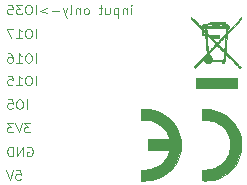
<source format=gbo>
G04 #@! TF.GenerationSoftware,KiCad,Pcbnew,(6.0.6)*
G04 #@! TF.CreationDate,2022-07-05T19:51:37+02:00*
G04 #@! TF.ProjectId,esp32-spi-hub,65737033-322d-4737-9069-2d6875622e6b,rev?*
G04 #@! TF.SameCoordinates,Original*
G04 #@! TF.FileFunction,Legend,Bot*
G04 #@! TF.FilePolarity,Positive*
%FSLAX46Y46*%
G04 Gerber Fmt 4.6, Leading zero omitted, Abs format (unit mm)*
G04 Created by KiCad (PCBNEW (6.0.6)) date 2022-07-05 19:51:37*
%MOMM*%
%LPD*%
G01*
G04 APERTURE LIST*
%ADD10C,0.100000*%
%ADD11C,0.010000*%
G04 APERTURE END LIST*
D10*
X169160238Y-127961904D02*
X168665000Y-127961904D01*
X168931666Y-128266666D01*
X168817380Y-128266666D01*
X168741190Y-128304761D01*
X168703095Y-128342857D01*
X168665000Y-128419047D01*
X168665000Y-128609523D01*
X168703095Y-128685714D01*
X168741190Y-128723809D01*
X168817380Y-128761904D01*
X169045952Y-128761904D01*
X169122142Y-128723809D01*
X169160238Y-128685714D01*
X168436428Y-127961904D02*
X168169761Y-128761904D01*
X167903095Y-127961904D01*
X167712619Y-127961904D02*
X167217380Y-127961904D01*
X167484047Y-128266666D01*
X167369761Y-128266666D01*
X167293571Y-128304761D01*
X167255476Y-128342857D01*
X167217380Y-128419047D01*
X167217380Y-128609523D01*
X167255476Y-128685714D01*
X167293571Y-128723809D01*
X167369761Y-128761904D01*
X167598333Y-128761904D01*
X167674523Y-128723809D01*
X167712619Y-128685714D01*
X168855476Y-126761904D02*
X168855476Y-125961904D01*
X168322142Y-125961904D02*
X168169761Y-125961904D01*
X168093571Y-126000000D01*
X168017380Y-126076190D01*
X167979285Y-126228571D01*
X167979285Y-126495238D01*
X168017380Y-126647619D01*
X168093571Y-126723809D01*
X168169761Y-126761904D01*
X168322142Y-126761904D01*
X168398333Y-126723809D01*
X168474523Y-126647619D01*
X168512619Y-126495238D01*
X168512619Y-126228571D01*
X168474523Y-126076190D01*
X168398333Y-126000000D01*
X168322142Y-125961904D01*
X167255476Y-125961904D02*
X167636428Y-125961904D01*
X167674523Y-126342857D01*
X167636428Y-126304761D01*
X167560238Y-126266666D01*
X167369761Y-126266666D01*
X167293571Y-126304761D01*
X167255476Y-126342857D01*
X167217380Y-126419047D01*
X167217380Y-126609523D01*
X167255476Y-126685714D01*
X167293571Y-126723809D01*
X167369761Y-126761904D01*
X167560238Y-126761904D01*
X167636428Y-126723809D01*
X167674523Y-126685714D01*
X169617380Y-124761904D02*
X169617380Y-123961904D01*
X169084047Y-123961904D02*
X168931666Y-123961904D01*
X168855476Y-124000000D01*
X168779285Y-124076190D01*
X168741190Y-124228571D01*
X168741190Y-124495238D01*
X168779285Y-124647619D01*
X168855476Y-124723809D01*
X168931666Y-124761904D01*
X169084047Y-124761904D01*
X169160238Y-124723809D01*
X169236428Y-124647619D01*
X169274523Y-124495238D01*
X169274523Y-124228571D01*
X169236428Y-124076190D01*
X169160238Y-124000000D01*
X169084047Y-123961904D01*
X167979285Y-124761904D02*
X168436428Y-124761904D01*
X168207857Y-124761904D02*
X168207857Y-123961904D01*
X168284047Y-124076190D01*
X168360238Y-124152380D01*
X168436428Y-124190476D01*
X167255476Y-123961904D02*
X167636428Y-123961904D01*
X167674523Y-124342857D01*
X167636428Y-124304761D01*
X167560238Y-124266666D01*
X167369761Y-124266666D01*
X167293571Y-124304761D01*
X167255476Y-124342857D01*
X167217380Y-124419047D01*
X167217380Y-124609523D01*
X167255476Y-124685714D01*
X167293571Y-124723809D01*
X167369761Y-124761904D01*
X167560238Y-124761904D01*
X167636428Y-124723809D01*
X167674523Y-124685714D01*
X167941190Y-131961904D02*
X168322142Y-131961904D01*
X168360238Y-132342857D01*
X168322142Y-132304761D01*
X168245952Y-132266666D01*
X168055476Y-132266666D01*
X167979285Y-132304761D01*
X167941190Y-132342857D01*
X167903095Y-132419047D01*
X167903095Y-132609523D01*
X167941190Y-132685714D01*
X167979285Y-132723809D01*
X168055476Y-132761904D01*
X168245952Y-132761904D01*
X168322142Y-132723809D01*
X168360238Y-132685714D01*
X167674523Y-131961904D02*
X167407857Y-132761904D01*
X167141190Y-131961904D01*
X169617380Y-122861904D02*
X169617380Y-122061904D01*
X169084047Y-122061904D02*
X168931666Y-122061904D01*
X168855476Y-122100000D01*
X168779285Y-122176190D01*
X168741190Y-122328571D01*
X168741190Y-122595238D01*
X168779285Y-122747619D01*
X168855476Y-122823809D01*
X168931666Y-122861904D01*
X169084047Y-122861904D01*
X169160238Y-122823809D01*
X169236428Y-122747619D01*
X169274523Y-122595238D01*
X169274523Y-122328571D01*
X169236428Y-122176190D01*
X169160238Y-122100000D01*
X169084047Y-122061904D01*
X167979285Y-122861904D02*
X168436428Y-122861904D01*
X168207857Y-122861904D02*
X168207857Y-122061904D01*
X168284047Y-122176190D01*
X168360238Y-122252380D01*
X168436428Y-122290476D01*
X167293571Y-122061904D02*
X167445952Y-122061904D01*
X167522142Y-122100000D01*
X167560238Y-122138095D01*
X167636428Y-122252380D01*
X167674523Y-122404761D01*
X167674523Y-122709523D01*
X167636428Y-122785714D01*
X167598333Y-122823809D01*
X167522142Y-122861904D01*
X167369761Y-122861904D01*
X167293571Y-122823809D01*
X167255476Y-122785714D01*
X167217380Y-122709523D01*
X167217380Y-122519047D01*
X167255476Y-122442857D01*
X167293571Y-122404761D01*
X167369761Y-122366666D01*
X167522142Y-122366666D01*
X167598333Y-122404761D01*
X167636428Y-122442857D01*
X167674523Y-122519047D01*
X169617380Y-120761904D02*
X169617380Y-119961904D01*
X169084047Y-119961904D02*
X168931666Y-119961904D01*
X168855476Y-120000000D01*
X168779285Y-120076190D01*
X168741190Y-120228571D01*
X168741190Y-120495238D01*
X168779285Y-120647619D01*
X168855476Y-120723809D01*
X168931666Y-120761904D01*
X169084047Y-120761904D01*
X169160238Y-120723809D01*
X169236428Y-120647619D01*
X169274523Y-120495238D01*
X169274523Y-120228571D01*
X169236428Y-120076190D01*
X169160238Y-120000000D01*
X169084047Y-119961904D01*
X167979285Y-120761904D02*
X168436428Y-120761904D01*
X168207857Y-120761904D02*
X168207857Y-119961904D01*
X168284047Y-120076190D01*
X168360238Y-120152380D01*
X168436428Y-120190476D01*
X167712619Y-119961904D02*
X167179285Y-119961904D01*
X167522142Y-120761904D01*
X168893571Y-130000000D02*
X168969761Y-129961904D01*
X169084047Y-129961904D01*
X169198333Y-130000000D01*
X169274523Y-130076190D01*
X169312619Y-130152380D01*
X169350714Y-130304761D01*
X169350714Y-130419047D01*
X169312619Y-130571428D01*
X169274523Y-130647619D01*
X169198333Y-130723809D01*
X169084047Y-130761904D01*
X169007857Y-130761904D01*
X168893571Y-130723809D01*
X168855476Y-130685714D01*
X168855476Y-130419047D01*
X169007857Y-130419047D01*
X168512619Y-130761904D02*
X168512619Y-129961904D01*
X168055476Y-130761904D01*
X168055476Y-129961904D01*
X167674523Y-130761904D02*
X167674523Y-129961904D01*
X167484047Y-129961904D01*
X167369761Y-130000000D01*
X167293571Y-130076190D01*
X167255476Y-130152380D01*
X167217380Y-130304761D01*
X167217380Y-130419047D01*
X167255476Y-130571428D01*
X167293571Y-130647619D01*
X167369761Y-130723809D01*
X167484047Y-130761904D01*
X167674523Y-130761904D01*
X177693571Y-118761904D02*
X177693571Y-118228571D01*
X177693571Y-117961904D02*
X177731666Y-118000000D01*
X177693571Y-118038095D01*
X177655476Y-118000000D01*
X177693571Y-117961904D01*
X177693571Y-118038095D01*
X177312619Y-118228571D02*
X177312619Y-118761904D01*
X177312619Y-118304761D02*
X177274523Y-118266666D01*
X177198333Y-118228571D01*
X177084047Y-118228571D01*
X177007857Y-118266666D01*
X176969761Y-118342857D01*
X176969761Y-118761904D01*
X176588809Y-118228571D02*
X176588809Y-119028571D01*
X176588809Y-118266666D02*
X176512619Y-118228571D01*
X176360238Y-118228571D01*
X176284047Y-118266666D01*
X176245952Y-118304761D01*
X176207857Y-118380952D01*
X176207857Y-118609523D01*
X176245952Y-118685714D01*
X176284047Y-118723809D01*
X176360238Y-118761904D01*
X176512619Y-118761904D01*
X176588809Y-118723809D01*
X175522142Y-118228571D02*
X175522142Y-118761904D01*
X175865000Y-118228571D02*
X175865000Y-118647619D01*
X175826904Y-118723809D01*
X175750714Y-118761904D01*
X175636428Y-118761904D01*
X175560238Y-118723809D01*
X175522142Y-118685714D01*
X175255476Y-118228571D02*
X174950714Y-118228571D01*
X175141190Y-117961904D02*
X175141190Y-118647619D01*
X175103095Y-118723809D01*
X175026904Y-118761904D01*
X174950714Y-118761904D01*
X173960238Y-118761904D02*
X174036428Y-118723809D01*
X174074523Y-118685714D01*
X174112619Y-118609523D01*
X174112619Y-118380952D01*
X174074523Y-118304761D01*
X174036428Y-118266666D01*
X173960238Y-118228571D01*
X173845952Y-118228571D01*
X173769761Y-118266666D01*
X173731666Y-118304761D01*
X173693571Y-118380952D01*
X173693571Y-118609523D01*
X173731666Y-118685714D01*
X173769761Y-118723809D01*
X173845952Y-118761904D01*
X173960238Y-118761904D01*
X173350714Y-118228571D02*
X173350714Y-118761904D01*
X173350714Y-118304761D02*
X173312619Y-118266666D01*
X173236428Y-118228571D01*
X173122142Y-118228571D01*
X173045952Y-118266666D01*
X173007857Y-118342857D01*
X173007857Y-118761904D01*
X172512619Y-118761904D02*
X172588809Y-118723809D01*
X172626904Y-118647619D01*
X172626904Y-117961904D01*
X172284047Y-118228571D02*
X172093571Y-118761904D01*
X171903095Y-118228571D02*
X172093571Y-118761904D01*
X172169761Y-118952380D01*
X172207857Y-118990476D01*
X172284047Y-119028571D01*
X171598333Y-118457142D02*
X170988809Y-118457142D01*
X170607857Y-118228571D02*
X169998333Y-118457142D01*
X170607857Y-118685714D01*
X169617380Y-118761904D02*
X169617380Y-117961904D01*
X169084047Y-117961904D02*
X168931666Y-117961904D01*
X168855476Y-118000000D01*
X168779285Y-118076190D01*
X168741190Y-118228571D01*
X168741190Y-118495238D01*
X168779285Y-118647619D01*
X168855476Y-118723809D01*
X168931666Y-118761904D01*
X169084047Y-118761904D01*
X169160238Y-118723809D01*
X169236428Y-118647619D01*
X169274523Y-118495238D01*
X169274523Y-118228571D01*
X169236428Y-118076190D01*
X169160238Y-118000000D01*
X169084047Y-117961904D01*
X168474523Y-117961904D02*
X167979285Y-117961904D01*
X168245952Y-118266666D01*
X168131666Y-118266666D01*
X168055476Y-118304761D01*
X168017380Y-118342857D01*
X167979285Y-118419047D01*
X167979285Y-118609523D01*
X168017380Y-118685714D01*
X168055476Y-118723809D01*
X168131666Y-118761904D01*
X168360238Y-118761904D01*
X168436428Y-118723809D01*
X168474523Y-118685714D01*
X167255476Y-117961904D02*
X167636428Y-117961904D01*
X167674523Y-118342857D01*
X167636428Y-118304761D01*
X167560238Y-118266666D01*
X167369761Y-118266666D01*
X167293571Y-118304761D01*
X167255476Y-118342857D01*
X167217380Y-118419047D01*
X167217380Y-118609523D01*
X167255476Y-118685714D01*
X167293571Y-118723809D01*
X167369761Y-118761904D01*
X167560238Y-118761904D01*
X167636428Y-118723809D01*
X167674523Y-118685714D01*
G04 #@! TO.C,REF\u002A\u002A*
G36*
X186672971Y-125017822D02*
G01*
X183152178Y-125017822D01*
X183152178Y-124150198D01*
X186672971Y-124150198D01*
X186672971Y-125017822D01*
G37*
D11*
X186672971Y-125017822D02*
X183152178Y-125017822D01*
X183152178Y-124150198D01*
X186672971Y-124150198D01*
X186672971Y-125017822D01*
G36*
X185911662Y-119760696D02*
G01*
X185951314Y-119761782D01*
X186019109Y-119761782D01*
X186019109Y-119874951D01*
X185859577Y-119874951D01*
X185844682Y-120052732D01*
X185842682Y-120077037D01*
X185838023Y-120137880D01*
X185834731Y-120187389D01*
X185833092Y-120220992D01*
X185833390Y-120234116D01*
X185837724Y-120230343D01*
X185857496Y-120210676D01*
X185891679Y-120175818D01*
X185938541Y-120127576D01*
X185996354Y-120067757D01*
X186063387Y-119998167D01*
X186137912Y-119920615D01*
X186218197Y-119836907D01*
X186302513Y-119748849D01*
X186389130Y-119658250D01*
X186476319Y-119566915D01*
X186562349Y-119476653D01*
X186645492Y-119389269D01*
X186724016Y-119306572D01*
X186796192Y-119230368D01*
X186860291Y-119162463D01*
X186914583Y-119104666D01*
X187011592Y-119001040D01*
X187012034Y-119089315D01*
X187012475Y-119177589D01*
X186411938Y-119809158D01*
X185811401Y-120440726D01*
X185799396Y-120584674D01*
X185751365Y-121160635D01*
X185742876Y-121262791D01*
X185732343Y-121390612D01*
X185722621Y-121509767D01*
X185713898Y-121617914D01*
X185706358Y-121712713D01*
X185700187Y-121791819D01*
X185695573Y-121852892D01*
X185692700Y-121893590D01*
X185691754Y-121911570D01*
X185694251Y-121919808D01*
X185705471Y-121937599D01*
X185726751Y-121964411D01*
X185737021Y-121976129D01*
X185759225Y-122001466D01*
X185804023Y-122049986D01*
X185862281Y-122111192D01*
X185935129Y-122186307D01*
X186023703Y-122276550D01*
X186129134Y-122383145D01*
X186198492Y-122453093D01*
X186295179Y-122550658D01*
X186391526Y-122647941D01*
X186484638Y-122742014D01*
X186571618Y-122829950D01*
X186649569Y-122908820D01*
X186715596Y-122975699D01*
X186766802Y-123027658D01*
X186967514Y-123231620D01*
X186931058Y-123269671D01*
X186922460Y-123278245D01*
X186897095Y-123299297D01*
X186879695Y-123307723D01*
X186866071Y-123300530D01*
X186840743Y-123278944D01*
X186810379Y-123247995D01*
X186791896Y-123228448D01*
X186757427Y-123192752D01*
X186708712Y-123142684D01*
X186647469Y-123080001D01*
X186575420Y-123006457D01*
X186494285Y-122923810D01*
X186405784Y-122833815D01*
X186311637Y-122738228D01*
X186213565Y-122638805D01*
X185671161Y-122089343D01*
X185649066Y-122374746D01*
X185644250Y-122435662D01*
X185637216Y-122517548D01*
X185630872Y-122579569D01*
X185624748Y-122624987D01*
X185618373Y-122657062D01*
X185611277Y-122679052D01*
X185602991Y-122694219D01*
X185591393Y-122715416D01*
X185581850Y-122754386D01*
X185579010Y-122810531D01*
X185579010Y-122892773D01*
X185352674Y-122892773D01*
X185352674Y-122716733D01*
X184507082Y-122716733D01*
X184458203Y-122772262D01*
X184444836Y-122786722D01*
X184372388Y-122844813D01*
X184290532Y-122880576D01*
X184201900Y-122892773D01*
X184123692Y-122886306D01*
X184035233Y-122859047D01*
X183959507Y-122810328D01*
X183944748Y-122796403D01*
X183907864Y-122751328D01*
X183875503Y-122698819D01*
X183852297Y-122647061D01*
X183842879Y-122604239D01*
X183842697Y-122598023D01*
X183841342Y-122575246D01*
X183837800Y-122559513D01*
X183830390Y-122552068D01*
X183817431Y-122554156D01*
X183797243Y-122567020D01*
X183768145Y-122591905D01*
X183728456Y-122630053D01*
X183676496Y-122682710D01*
X183610584Y-122751119D01*
X183529040Y-122836524D01*
X183485604Y-122882112D01*
X183413000Y-122958441D01*
X183344309Y-123030808D01*
X183282223Y-123096366D01*
X183229434Y-123152274D01*
X183188634Y-123195686D01*
X183162515Y-123223758D01*
X183091119Y-123301436D01*
X183002863Y-123213416D01*
X183548690Y-122641287D01*
X183583105Y-122605188D01*
X183705546Y-122476272D01*
X183810651Y-122364754D01*
X183898736Y-122270288D01*
X183970116Y-122192529D01*
X184020588Y-122136174D01*
X184227247Y-122136174D01*
X184228872Y-122149434D01*
X184229156Y-122150819D01*
X184242698Y-122182228D01*
X184269748Y-122196863D01*
X184353129Y-122228063D01*
X184427418Y-122280038D01*
X184485846Y-122348791D01*
X184525890Y-122431315D01*
X184545026Y-122524606D01*
X184551364Y-122603565D01*
X185500838Y-122603565D01*
X185507458Y-122575273D01*
X185508629Y-122568329D01*
X185512268Y-122537281D01*
X185517234Y-122487081D01*
X185523157Y-122421727D01*
X185529669Y-122345219D01*
X185536401Y-122261555D01*
X185558724Y-121976129D01*
X185257826Y-121670565D01*
X185202636Y-121614704D01*
X185135109Y-121546888D01*
X185074529Y-121486643D01*
X185023021Y-121436052D01*
X184982710Y-121397200D01*
X184955722Y-121372170D01*
X184944182Y-121363046D01*
X184936444Y-121367405D01*
X184913395Y-121387241D01*
X184878709Y-121420375D01*
X184835487Y-121463820D01*
X184786832Y-121514587D01*
X184774140Y-121528051D01*
X184717229Y-121588275D01*
X184649414Y-121659864D01*
X184575800Y-121737437D01*
X184501493Y-121815611D01*
X184431599Y-121889005D01*
X184427401Y-121893409D01*
X184362420Y-121961785D01*
X184312836Y-122014732D01*
X184276688Y-122054767D01*
X184252016Y-122084411D01*
X184236858Y-122106181D01*
X184229256Y-122122595D01*
X184227247Y-122136174D01*
X184020588Y-122136174D01*
X184025105Y-122131131D01*
X184064019Y-122085748D01*
X184087173Y-122056035D01*
X184094882Y-122041644D01*
X184094883Y-122041559D01*
X184093825Y-122023624D01*
X184090737Y-121983421D01*
X184085858Y-121923687D01*
X184079432Y-121847158D01*
X184071700Y-121756569D01*
X184062905Y-121654657D01*
X184053287Y-121544159D01*
X184043091Y-121427811D01*
X184032556Y-121308348D01*
X184021926Y-121188507D01*
X184011442Y-121071025D01*
X184001346Y-120958637D01*
X183991881Y-120854081D01*
X183983288Y-120760091D01*
X183975809Y-120679405D01*
X183969687Y-120614759D01*
X183965162Y-120568888D01*
X183962478Y-120544530D01*
X183957067Y-120503732D01*
X184086253Y-120503732D01*
X184087908Y-120534653D01*
X184091549Y-120586653D01*
X184096995Y-120657487D01*
X184104063Y-120744911D01*
X184112570Y-120846681D01*
X184122335Y-120960552D01*
X184133174Y-121084279D01*
X184144907Y-121215618D01*
X184154079Y-121316908D01*
X184165566Y-121442526D01*
X184176322Y-121558762D01*
X184186131Y-121663380D01*
X184194781Y-121754140D01*
X184202057Y-121828804D01*
X184207746Y-121885134D01*
X184211634Y-121920891D01*
X184213506Y-121933837D01*
X184219188Y-121929826D01*
X184240020Y-121910138D01*
X184273872Y-121876322D01*
X184318412Y-121830837D01*
X184371310Y-121776146D01*
X184430236Y-121714710D01*
X184492858Y-121648990D01*
X184556848Y-121581449D01*
X184619874Y-121514547D01*
X184679606Y-121450746D01*
X184733713Y-121392507D01*
X184779865Y-121342292D01*
X184815733Y-121302563D01*
X184838984Y-121275780D01*
X184845778Y-121266477D01*
X185027601Y-121266477D01*
X185303305Y-121541968D01*
X185370726Y-121609224D01*
X185434267Y-121672162D01*
X185483490Y-121720100D01*
X185520196Y-121754594D01*
X185546190Y-121777199D01*
X185563276Y-121789471D01*
X185573256Y-121792966D01*
X185577935Y-121789238D01*
X185579116Y-121779844D01*
X185579873Y-121764749D01*
X185582601Y-121725883D01*
X185587108Y-121666895D01*
X185593179Y-121590473D01*
X185600596Y-121499305D01*
X185609142Y-121396080D01*
X185618602Y-121283483D01*
X185628758Y-121164205D01*
X185637723Y-121059077D01*
X185647066Y-120948351D01*
X185655443Y-120847814D01*
X185662653Y-120759943D01*
X185668496Y-120687215D01*
X185672769Y-120632110D01*
X185675273Y-120597104D01*
X185675805Y-120584674D01*
X185675384Y-120584908D01*
X185663509Y-120596350D01*
X185637130Y-120623198D01*
X185598570Y-120663018D01*
X185550153Y-120713372D01*
X185494203Y-120771828D01*
X185433042Y-120835948D01*
X185368995Y-120903298D01*
X185304385Y-120971443D01*
X185241535Y-121037948D01*
X185182768Y-121100377D01*
X185130409Y-121156295D01*
X185029533Y-121264406D01*
X185027601Y-121266477D01*
X184845778Y-121266477D01*
X184847290Y-121264406D01*
X184839148Y-121253383D01*
X184815478Y-121226999D01*
X184778478Y-121187527D01*
X184730350Y-121137191D01*
X184673296Y-121078217D01*
X184609520Y-121012830D01*
X184541222Y-120943255D01*
X184470605Y-120871716D01*
X184399871Y-120800438D01*
X184331222Y-120731647D01*
X184266861Y-120667566D01*
X184208989Y-120610422D01*
X184159810Y-120562439D01*
X184121524Y-120525841D01*
X184096334Y-120502854D01*
X184086442Y-120495703D01*
X184086253Y-120503732D01*
X183957067Y-120503732D01*
X183955390Y-120491089D01*
X183680297Y-120491089D01*
X183680140Y-120390495D01*
X183780891Y-120390495D01*
X183862624Y-120390495D01*
X183869895Y-120390489D01*
X183910950Y-120389613D01*
X183933277Y-120385867D01*
X183942529Y-120377270D01*
X183944357Y-120361840D01*
X183936306Y-120339159D01*
X183908730Y-120301428D01*
X183862624Y-120252179D01*
X183780891Y-120171172D01*
X183780891Y-120390495D01*
X183680140Y-120390495D01*
X183679968Y-120280471D01*
X183679639Y-120069852D01*
X183227914Y-119610891D01*
X182776189Y-119151931D01*
X182775570Y-119064848D01*
X182774951Y-118977767D01*
X183316769Y-119526952D01*
X183369137Y-119579998D01*
X183477803Y-119689772D01*
X183570709Y-119783114D01*
X183649055Y-119861173D01*
X183714043Y-119925097D01*
X183766872Y-119976035D01*
X183808743Y-120015135D01*
X183840855Y-120043548D01*
X183864410Y-120062420D01*
X183880608Y-120072901D01*
X183890649Y-120076139D01*
X183907579Y-120075158D01*
X183917084Y-120067996D01*
X183918723Y-120048401D01*
X183914782Y-120010124D01*
X183912065Y-119986025D01*
X183908284Y-119945744D01*
X183906760Y-119918961D01*
X183906015Y-119909728D01*
X183898746Y-119899839D01*
X183878668Y-119896562D01*
X183839689Y-119897992D01*
X183829737Y-119898553D01*
X183789898Y-119897921D01*
X183761560Y-119889167D01*
X183741586Y-119874951D01*
X184024852Y-119874951D01*
X184029013Y-119922104D01*
X184030935Y-119943498D01*
X184036924Y-120001909D01*
X184042826Y-120040381D01*
X184049727Y-120062912D01*
X184058712Y-120073498D01*
X184070870Y-120076139D01*
X184081801Y-120077937D01*
X184089050Y-120086530D01*
X184093100Y-120106505D01*
X184094863Y-120142450D01*
X184095248Y-120198952D01*
X184095248Y-120321766D01*
X184135447Y-120361840D01*
X184233565Y-120459654D01*
X184371881Y-120597542D01*
X184371881Y-120491089D01*
X185126337Y-120491089D01*
X185126337Y-120730000D01*
X184507831Y-120730000D01*
X184717592Y-120946906D01*
X184757770Y-120988334D01*
X184813328Y-121045200D01*
X184861570Y-121094082D01*
X184899971Y-121132441D01*
X184926003Y-121157741D01*
X184937140Y-121167442D01*
X184941373Y-121164767D01*
X184961224Y-121146782D01*
X184995451Y-121113481D01*
X185042227Y-121066712D01*
X185099724Y-121008325D01*
X185166112Y-120940169D01*
X185239564Y-120864094D01*
X185318251Y-120781950D01*
X185397341Y-120698943D01*
X185474871Y-120617136D01*
X185537746Y-120550083D01*
X185587502Y-120496007D01*
X185625678Y-120453129D01*
X185653811Y-120419673D01*
X185673440Y-120393861D01*
X185686101Y-120373914D01*
X185693334Y-120358056D01*
X185696675Y-120344509D01*
X185697561Y-120337910D01*
X185701488Y-120301548D01*
X185706459Y-120248018D01*
X185711927Y-120183421D01*
X185717344Y-120113862D01*
X185719181Y-120089635D01*
X185724488Y-120024178D01*
X185729548Y-119967717D01*
X185733863Y-119925618D01*
X185736934Y-119903243D01*
X185742955Y-119874951D01*
X184024852Y-119874951D01*
X183741586Y-119874951D01*
X183733630Y-119869289D01*
X183728820Y-119865104D01*
X183689482Y-119814427D01*
X183673903Y-119761782D01*
X184014698Y-119761782D01*
X185429221Y-119761782D01*
X185641881Y-119761782D01*
X185698908Y-119761782D01*
X185715993Y-119761662D01*
X185741308Y-119759462D01*
X185748616Y-119752334D01*
X185742943Y-119737508D01*
X185741267Y-119734682D01*
X185722448Y-119712944D01*
X185695183Y-119688820D01*
X185667987Y-119669254D01*
X185649371Y-119661188D01*
X185647697Y-119662463D01*
X185643544Y-119679976D01*
X185641881Y-119711485D01*
X185641881Y-119761782D01*
X185429221Y-119761782D01*
X185425526Y-119671095D01*
X185421832Y-119580407D01*
X185346386Y-119565252D01*
X185308551Y-119558379D01*
X185245368Y-119548756D01*
X185186065Y-119541496D01*
X185101188Y-119532893D01*
X185101188Y-119636040D01*
X184522773Y-119636040D01*
X184522773Y-119545122D01*
X184450471Y-119553753D01*
X184339998Y-119572249D01*
X184228816Y-119605691D01*
X184136850Y-119652324D01*
X184062542Y-119712786D01*
X184014698Y-119761782D01*
X183673903Y-119761782D01*
X183672172Y-119755934D01*
X183677474Y-119694575D01*
X183705975Y-119635297D01*
X183708733Y-119631606D01*
X183746822Y-119599851D01*
X183796476Y-119581067D01*
X183850002Y-119576071D01*
X183899707Y-119585678D01*
X183937900Y-119610704D01*
X183950831Y-119623480D01*
X183963428Y-119626576D01*
X183981467Y-119616998D01*
X184011928Y-119593082D01*
X184021274Y-119585731D01*
X184093430Y-119539339D01*
X184178915Y-119498084D01*
X184248830Y-119472575D01*
X184623367Y-119472575D01*
X184623367Y-119535446D01*
X185000594Y-119535446D01*
X185000594Y-119472575D01*
X184623367Y-119472575D01*
X184248830Y-119472575D01*
X184269767Y-119464936D01*
X184358027Y-119442868D01*
X184435736Y-119434852D01*
X184443991Y-119434788D01*
X184489879Y-119430321D01*
X184515079Y-119417795D01*
X184522773Y-119395784D01*
X184523676Y-119388849D01*
X184528615Y-119382885D01*
X184540611Y-119378519D01*
X184562680Y-119375503D01*
X184597836Y-119373590D01*
X184649094Y-119372530D01*
X184719471Y-119372077D01*
X184811980Y-119371980D01*
X184898660Y-119372150D01*
X184972332Y-119372834D01*
X185026265Y-119374215D01*
X185063288Y-119376470D01*
X185086230Y-119379778D01*
X185097920Y-119384320D01*
X185101188Y-119390272D01*
X185111937Y-119404888D01*
X185142055Y-119414215D01*
X185153582Y-119415847D01*
X185192886Y-119421591D01*
X185245188Y-119429378D01*
X185302376Y-119438003D01*
X185333916Y-119442393D01*
X185380074Y-119447148D01*
X185412641Y-119448295D01*
X185426023Y-119445495D01*
X185428308Y-119443671D01*
X185449405Y-119439165D01*
X185487355Y-119436029D01*
X185536048Y-119434852D01*
X185641881Y-119434852D01*
X185641894Y-119472575D01*
X185641894Y-119475718D01*
X185642388Y-119488668D01*
X185648819Y-119510411D01*
X185667123Y-119528851D01*
X185702830Y-119550801D01*
X185734174Y-119570854D01*
X185781893Y-119609356D01*
X185825138Y-119652579D01*
X185858219Y-119694627D01*
X185875442Y-119729604D01*
X185879662Y-119743081D01*
X185887480Y-119752334D01*
X185890116Y-119755454D01*
X185911662Y-119760696D01*
G37*
X185911662Y-119760696D02*
X185951314Y-119761782D01*
X186019109Y-119761782D01*
X186019109Y-119874951D01*
X185859577Y-119874951D01*
X185844682Y-120052732D01*
X185842682Y-120077037D01*
X185838023Y-120137880D01*
X185834731Y-120187389D01*
X185833092Y-120220992D01*
X185833390Y-120234116D01*
X185837724Y-120230343D01*
X185857496Y-120210676D01*
X185891679Y-120175818D01*
X185938541Y-120127576D01*
X185996354Y-120067757D01*
X186063387Y-119998167D01*
X186137912Y-119920615D01*
X186218197Y-119836907D01*
X186302513Y-119748849D01*
X186389130Y-119658250D01*
X186476319Y-119566915D01*
X186562349Y-119476653D01*
X186645492Y-119389269D01*
X186724016Y-119306572D01*
X186796192Y-119230368D01*
X186860291Y-119162463D01*
X186914583Y-119104666D01*
X187011592Y-119001040D01*
X187012034Y-119089315D01*
X187012475Y-119177589D01*
X186411938Y-119809158D01*
X185811401Y-120440726D01*
X185799396Y-120584674D01*
X185751365Y-121160635D01*
X185742876Y-121262791D01*
X185732343Y-121390612D01*
X185722621Y-121509767D01*
X185713898Y-121617914D01*
X185706358Y-121712713D01*
X185700187Y-121791819D01*
X185695573Y-121852892D01*
X185692700Y-121893590D01*
X185691754Y-121911570D01*
X185694251Y-121919808D01*
X185705471Y-121937599D01*
X185726751Y-121964411D01*
X185737021Y-121976129D01*
X185759225Y-122001466D01*
X185804023Y-122049986D01*
X185862281Y-122111192D01*
X185935129Y-122186307D01*
X186023703Y-122276550D01*
X186129134Y-122383145D01*
X186198492Y-122453093D01*
X186295179Y-122550658D01*
X186391526Y-122647941D01*
X186484638Y-122742014D01*
X186571618Y-122829950D01*
X186649569Y-122908820D01*
X186715596Y-122975699D01*
X186766802Y-123027658D01*
X186967514Y-123231620D01*
X186931058Y-123269671D01*
X186922460Y-123278245D01*
X186897095Y-123299297D01*
X186879695Y-123307723D01*
X186866071Y-123300530D01*
X186840743Y-123278944D01*
X186810379Y-123247995D01*
X186791896Y-123228448D01*
X186757427Y-123192752D01*
X186708712Y-123142684D01*
X186647469Y-123080001D01*
X186575420Y-123006457D01*
X186494285Y-122923810D01*
X186405784Y-122833815D01*
X186311637Y-122738228D01*
X186213565Y-122638805D01*
X185671161Y-122089343D01*
X185649066Y-122374746D01*
X185644250Y-122435662D01*
X185637216Y-122517548D01*
X185630872Y-122579569D01*
X185624748Y-122624987D01*
X185618373Y-122657062D01*
X185611277Y-122679052D01*
X185602991Y-122694219D01*
X185591393Y-122715416D01*
X185581850Y-122754386D01*
X185579010Y-122810531D01*
X185579010Y-122892773D01*
X185352674Y-122892773D01*
X185352674Y-122716733D01*
X184507082Y-122716733D01*
X184458203Y-122772262D01*
X184444836Y-122786722D01*
X184372388Y-122844813D01*
X184290532Y-122880576D01*
X184201900Y-122892773D01*
X184123692Y-122886306D01*
X184035233Y-122859047D01*
X183959507Y-122810328D01*
X183944748Y-122796403D01*
X183907864Y-122751328D01*
X183875503Y-122698819D01*
X183852297Y-122647061D01*
X183842879Y-122604239D01*
X183842697Y-122598023D01*
X183841342Y-122575246D01*
X183837800Y-122559513D01*
X183830390Y-122552068D01*
X183817431Y-122554156D01*
X183797243Y-122567020D01*
X183768145Y-122591905D01*
X183728456Y-122630053D01*
X183676496Y-122682710D01*
X183610584Y-122751119D01*
X183529040Y-122836524D01*
X183485604Y-122882112D01*
X183413000Y-122958441D01*
X183344309Y-123030808D01*
X183282223Y-123096366D01*
X183229434Y-123152274D01*
X183188634Y-123195686D01*
X183162515Y-123223758D01*
X183091119Y-123301436D01*
X183002863Y-123213416D01*
X183548690Y-122641287D01*
X183583105Y-122605188D01*
X183705546Y-122476272D01*
X183810651Y-122364754D01*
X183898736Y-122270288D01*
X183970116Y-122192529D01*
X184020588Y-122136174D01*
X184227247Y-122136174D01*
X184228872Y-122149434D01*
X184229156Y-122150819D01*
X184242698Y-122182228D01*
X184269748Y-122196863D01*
X184353129Y-122228063D01*
X184427418Y-122280038D01*
X184485846Y-122348791D01*
X184525890Y-122431315D01*
X184545026Y-122524606D01*
X184551364Y-122603565D01*
X185500838Y-122603565D01*
X185507458Y-122575273D01*
X185508629Y-122568329D01*
X185512268Y-122537281D01*
X185517234Y-122487081D01*
X185523157Y-122421727D01*
X185529669Y-122345219D01*
X185536401Y-122261555D01*
X185558724Y-121976129D01*
X185257826Y-121670565D01*
X185202636Y-121614704D01*
X185135109Y-121546888D01*
X185074529Y-121486643D01*
X185023021Y-121436052D01*
X184982710Y-121397200D01*
X184955722Y-121372170D01*
X184944182Y-121363046D01*
X184936444Y-121367405D01*
X184913395Y-121387241D01*
X184878709Y-121420375D01*
X184835487Y-121463820D01*
X184786832Y-121514587D01*
X184774140Y-121528051D01*
X184717229Y-121588275D01*
X184649414Y-121659864D01*
X184575800Y-121737437D01*
X184501493Y-121815611D01*
X184431599Y-121889005D01*
X184427401Y-121893409D01*
X184362420Y-121961785D01*
X184312836Y-122014732D01*
X184276688Y-122054767D01*
X184252016Y-122084411D01*
X184236858Y-122106181D01*
X184229256Y-122122595D01*
X184227247Y-122136174D01*
X184020588Y-122136174D01*
X184025105Y-122131131D01*
X184064019Y-122085748D01*
X184087173Y-122056035D01*
X184094882Y-122041644D01*
X184094883Y-122041559D01*
X184093825Y-122023624D01*
X184090737Y-121983421D01*
X184085858Y-121923687D01*
X184079432Y-121847158D01*
X184071700Y-121756569D01*
X184062905Y-121654657D01*
X184053287Y-121544159D01*
X184043091Y-121427811D01*
X184032556Y-121308348D01*
X184021926Y-121188507D01*
X184011442Y-121071025D01*
X184001346Y-120958637D01*
X183991881Y-120854081D01*
X183983288Y-120760091D01*
X183975809Y-120679405D01*
X183969687Y-120614759D01*
X183965162Y-120568888D01*
X183962478Y-120544530D01*
X183957067Y-120503732D01*
X184086253Y-120503732D01*
X184087908Y-120534653D01*
X184091549Y-120586653D01*
X184096995Y-120657487D01*
X184104063Y-120744911D01*
X184112570Y-120846681D01*
X184122335Y-120960552D01*
X184133174Y-121084279D01*
X184144907Y-121215618D01*
X184154079Y-121316908D01*
X184165566Y-121442526D01*
X184176322Y-121558762D01*
X184186131Y-121663380D01*
X184194781Y-121754140D01*
X184202057Y-121828804D01*
X184207746Y-121885134D01*
X184211634Y-121920891D01*
X184213506Y-121933837D01*
X184219188Y-121929826D01*
X184240020Y-121910138D01*
X184273872Y-121876322D01*
X184318412Y-121830837D01*
X184371310Y-121776146D01*
X184430236Y-121714710D01*
X184492858Y-121648990D01*
X184556848Y-121581449D01*
X184619874Y-121514547D01*
X184679606Y-121450746D01*
X184733713Y-121392507D01*
X184779865Y-121342292D01*
X184815733Y-121302563D01*
X184838984Y-121275780D01*
X184845778Y-121266477D01*
X185027601Y-121266477D01*
X185303305Y-121541968D01*
X185370726Y-121609224D01*
X185434267Y-121672162D01*
X185483490Y-121720100D01*
X185520196Y-121754594D01*
X185546190Y-121777199D01*
X185563276Y-121789471D01*
X185573256Y-121792966D01*
X185577935Y-121789238D01*
X185579116Y-121779844D01*
X185579873Y-121764749D01*
X185582601Y-121725883D01*
X185587108Y-121666895D01*
X185593179Y-121590473D01*
X185600596Y-121499305D01*
X185609142Y-121396080D01*
X185618602Y-121283483D01*
X185628758Y-121164205D01*
X185637723Y-121059077D01*
X185647066Y-120948351D01*
X185655443Y-120847814D01*
X185662653Y-120759943D01*
X185668496Y-120687215D01*
X185672769Y-120632110D01*
X185675273Y-120597104D01*
X185675805Y-120584674D01*
X185675384Y-120584908D01*
X185663509Y-120596350D01*
X185637130Y-120623198D01*
X185598570Y-120663018D01*
X185550153Y-120713372D01*
X185494203Y-120771828D01*
X185433042Y-120835948D01*
X185368995Y-120903298D01*
X185304385Y-120971443D01*
X185241535Y-121037948D01*
X185182768Y-121100377D01*
X185130409Y-121156295D01*
X185029533Y-121264406D01*
X185027601Y-121266477D01*
X184845778Y-121266477D01*
X184847290Y-121264406D01*
X184839148Y-121253383D01*
X184815478Y-121226999D01*
X184778478Y-121187527D01*
X184730350Y-121137191D01*
X184673296Y-121078217D01*
X184609520Y-121012830D01*
X184541222Y-120943255D01*
X184470605Y-120871716D01*
X184399871Y-120800438D01*
X184331222Y-120731647D01*
X184266861Y-120667566D01*
X184208989Y-120610422D01*
X184159810Y-120562439D01*
X184121524Y-120525841D01*
X184096334Y-120502854D01*
X184086442Y-120495703D01*
X184086253Y-120503732D01*
X183957067Y-120503732D01*
X183955390Y-120491089D01*
X183680297Y-120491089D01*
X183680140Y-120390495D01*
X183780891Y-120390495D01*
X183862624Y-120390495D01*
X183869895Y-120390489D01*
X183910950Y-120389613D01*
X183933277Y-120385867D01*
X183942529Y-120377270D01*
X183944357Y-120361840D01*
X183936306Y-120339159D01*
X183908730Y-120301428D01*
X183862624Y-120252179D01*
X183780891Y-120171172D01*
X183780891Y-120390495D01*
X183680140Y-120390495D01*
X183679968Y-120280471D01*
X183679639Y-120069852D01*
X183227914Y-119610891D01*
X182776189Y-119151931D01*
X182775570Y-119064848D01*
X182774951Y-118977767D01*
X183316769Y-119526952D01*
X183369137Y-119579998D01*
X183477803Y-119689772D01*
X183570709Y-119783114D01*
X183649055Y-119861173D01*
X183714043Y-119925097D01*
X183766872Y-119976035D01*
X183808743Y-120015135D01*
X183840855Y-120043548D01*
X183864410Y-120062420D01*
X183880608Y-120072901D01*
X183890649Y-120076139D01*
X183907579Y-120075158D01*
X183917084Y-120067996D01*
X183918723Y-120048401D01*
X183914782Y-120010124D01*
X183912065Y-119986025D01*
X183908284Y-119945744D01*
X183906760Y-119918961D01*
X183906015Y-119909728D01*
X183898746Y-119899839D01*
X183878668Y-119896562D01*
X183839689Y-119897992D01*
X183829737Y-119898553D01*
X183789898Y-119897921D01*
X183761560Y-119889167D01*
X183741586Y-119874951D01*
X184024852Y-119874951D01*
X184029013Y-119922104D01*
X184030935Y-119943498D01*
X184036924Y-120001909D01*
X184042826Y-120040381D01*
X184049727Y-120062912D01*
X184058712Y-120073498D01*
X184070870Y-120076139D01*
X184081801Y-120077937D01*
X184089050Y-120086530D01*
X184093100Y-120106505D01*
X184094863Y-120142450D01*
X184095248Y-120198952D01*
X184095248Y-120321766D01*
X184135447Y-120361840D01*
X184233565Y-120459654D01*
X184371881Y-120597542D01*
X184371881Y-120491089D01*
X185126337Y-120491089D01*
X185126337Y-120730000D01*
X184507831Y-120730000D01*
X184717592Y-120946906D01*
X184757770Y-120988334D01*
X184813328Y-121045200D01*
X184861570Y-121094082D01*
X184899971Y-121132441D01*
X184926003Y-121157741D01*
X184937140Y-121167442D01*
X184941373Y-121164767D01*
X184961224Y-121146782D01*
X184995451Y-121113481D01*
X185042227Y-121066712D01*
X185099724Y-121008325D01*
X185166112Y-120940169D01*
X185239564Y-120864094D01*
X185318251Y-120781950D01*
X185397341Y-120698943D01*
X185474871Y-120617136D01*
X185537746Y-120550083D01*
X185587502Y-120496007D01*
X185625678Y-120453129D01*
X185653811Y-120419673D01*
X185673440Y-120393861D01*
X185686101Y-120373914D01*
X185693334Y-120358056D01*
X185696675Y-120344509D01*
X185697561Y-120337910D01*
X185701488Y-120301548D01*
X185706459Y-120248018D01*
X185711927Y-120183421D01*
X185717344Y-120113862D01*
X185719181Y-120089635D01*
X185724488Y-120024178D01*
X185729548Y-119967717D01*
X185733863Y-119925618D01*
X185736934Y-119903243D01*
X185742955Y-119874951D01*
X184024852Y-119874951D01*
X183741586Y-119874951D01*
X183733630Y-119869289D01*
X183728820Y-119865104D01*
X183689482Y-119814427D01*
X183673903Y-119761782D01*
X184014698Y-119761782D01*
X185429221Y-119761782D01*
X185641881Y-119761782D01*
X185698908Y-119761782D01*
X185715993Y-119761662D01*
X185741308Y-119759462D01*
X185748616Y-119752334D01*
X185742943Y-119737508D01*
X185741267Y-119734682D01*
X185722448Y-119712944D01*
X185695183Y-119688820D01*
X185667987Y-119669254D01*
X185649371Y-119661188D01*
X185647697Y-119662463D01*
X185643544Y-119679976D01*
X185641881Y-119711485D01*
X185641881Y-119761782D01*
X185429221Y-119761782D01*
X185425526Y-119671095D01*
X185421832Y-119580407D01*
X185346386Y-119565252D01*
X185308551Y-119558379D01*
X185245368Y-119548756D01*
X185186065Y-119541496D01*
X185101188Y-119532893D01*
X185101188Y-119636040D01*
X184522773Y-119636040D01*
X184522773Y-119545122D01*
X184450471Y-119553753D01*
X184339998Y-119572249D01*
X184228816Y-119605691D01*
X184136850Y-119652324D01*
X184062542Y-119712786D01*
X184014698Y-119761782D01*
X183673903Y-119761782D01*
X183672172Y-119755934D01*
X183677474Y-119694575D01*
X183705975Y-119635297D01*
X183708733Y-119631606D01*
X183746822Y-119599851D01*
X183796476Y-119581067D01*
X183850002Y-119576071D01*
X183899707Y-119585678D01*
X183937900Y-119610704D01*
X183950831Y-119623480D01*
X183963428Y-119626576D01*
X183981467Y-119616998D01*
X184011928Y-119593082D01*
X184021274Y-119585731D01*
X184093430Y-119539339D01*
X184178915Y-119498084D01*
X184248830Y-119472575D01*
X184623367Y-119472575D01*
X184623367Y-119535446D01*
X185000594Y-119535446D01*
X185000594Y-119472575D01*
X184623367Y-119472575D01*
X184248830Y-119472575D01*
X184269767Y-119464936D01*
X184358027Y-119442868D01*
X184435736Y-119434852D01*
X184443991Y-119434788D01*
X184489879Y-119430321D01*
X184515079Y-119417795D01*
X184522773Y-119395784D01*
X184523676Y-119388849D01*
X184528615Y-119382885D01*
X184540611Y-119378519D01*
X184562680Y-119375503D01*
X184597836Y-119373590D01*
X184649094Y-119372530D01*
X184719471Y-119372077D01*
X184811980Y-119371980D01*
X184898660Y-119372150D01*
X184972332Y-119372834D01*
X185026265Y-119374215D01*
X185063288Y-119376470D01*
X185086230Y-119379778D01*
X185097920Y-119384320D01*
X185101188Y-119390272D01*
X185111937Y-119404888D01*
X185142055Y-119414215D01*
X185153582Y-119415847D01*
X185192886Y-119421591D01*
X185245188Y-119429378D01*
X185302376Y-119438003D01*
X185333916Y-119442393D01*
X185380074Y-119447148D01*
X185412641Y-119448295D01*
X185426023Y-119445495D01*
X185428308Y-119443671D01*
X185449405Y-119439165D01*
X185487355Y-119436029D01*
X185536048Y-119434852D01*
X185641881Y-119434852D01*
X185641894Y-119472575D01*
X185641894Y-119475718D01*
X185642388Y-119488668D01*
X185648819Y-119510411D01*
X185667123Y-119528851D01*
X185702830Y-119550801D01*
X185734174Y-119570854D01*
X185781893Y-119609356D01*
X185825138Y-119652579D01*
X185858219Y-119694627D01*
X185875442Y-119729604D01*
X185879662Y-119743081D01*
X185887480Y-119752334D01*
X185890116Y-119755454D01*
X185911662Y-119760696D01*
G36*
X184023764Y-126784612D02*
G01*
X184112450Y-126786413D01*
X184199419Y-126789212D01*
X184279782Y-126792930D01*
X184348646Y-126797490D01*
X184401120Y-126802813D01*
X184591921Y-126834241D01*
X184865623Y-126901153D01*
X185129787Y-126991971D01*
X185383047Y-127105897D01*
X185624041Y-127242133D01*
X185851402Y-127399882D01*
X186063767Y-127578344D01*
X186259770Y-127776723D01*
X186438048Y-127994218D01*
X186516872Y-128105017D01*
X186664354Y-128345637D01*
X186788081Y-128597714D01*
X186887795Y-128860614D01*
X186963241Y-129133706D01*
X187014162Y-129416354D01*
X187017963Y-129448472D01*
X187025334Y-129542014D01*
X187030066Y-129651854D01*
X187032161Y-129770887D01*
X187031618Y-129892009D01*
X187028437Y-130008118D01*
X187022618Y-130112107D01*
X187014162Y-130196875D01*
X187000945Y-130285709D01*
X186942808Y-130562383D01*
X186860958Y-130829070D01*
X186756385Y-131084573D01*
X186630079Y-131327698D01*
X186483030Y-131557247D01*
X186316227Y-131772026D01*
X186130660Y-131970838D01*
X185927320Y-132152487D01*
X185707195Y-132315777D01*
X185471277Y-132459513D01*
X185220553Y-132582498D01*
X184956016Y-132683536D01*
X184874934Y-132708667D01*
X184747338Y-132743083D01*
X184614872Y-132773706D01*
X184487271Y-132798341D01*
X184374271Y-132814789D01*
X184373762Y-132814847D01*
X184328417Y-132818531D01*
X184265909Y-132821663D01*
X184191083Y-132824197D01*
X184108783Y-132826083D01*
X184023854Y-132827274D01*
X183941142Y-132827723D01*
X183865490Y-132827382D01*
X183801744Y-132826203D01*
X183754749Y-132824138D01*
X183729349Y-132821141D01*
X183699583Y-132813164D01*
X183699583Y-131896186D01*
X183974089Y-131896504D01*
X184029233Y-131896352D01*
X184154742Y-131893680D01*
X184262894Y-131887016D01*
X184360130Y-131875463D01*
X184452893Y-131858129D01*
X184547623Y-131834118D01*
X184650763Y-131802535D01*
X184834252Y-131733336D01*
X185042307Y-131629931D01*
X185235845Y-131505719D01*
X185413579Y-131362168D01*
X185574219Y-131200748D01*
X185716478Y-131022928D01*
X185839069Y-130830177D01*
X185940701Y-130623965D01*
X186020089Y-130405759D01*
X186075943Y-130177031D01*
X186077181Y-130170233D01*
X186089149Y-130080571D01*
X186097116Y-129973837D01*
X186101074Y-129857234D01*
X186101015Y-129737965D01*
X186096934Y-129623234D01*
X186088823Y-129520244D01*
X186076674Y-129436197D01*
X186056515Y-129343629D01*
X185988456Y-129114193D01*
X185897234Y-128896394D01*
X185783527Y-128691520D01*
X185648015Y-128500861D01*
X185491378Y-128325705D01*
X185432099Y-128268408D01*
X185279702Y-128139326D01*
X185117062Y-128027977D01*
X184936511Y-127928879D01*
X184860803Y-127892911D01*
X184678168Y-127818839D01*
X184497580Y-127765075D01*
X184313141Y-127730382D01*
X184118953Y-127713523D01*
X183909119Y-127713259D01*
X183699583Y-127720530D01*
X183699583Y-126800065D01*
X183729349Y-126792088D01*
X183749697Y-126788945D01*
X183796330Y-126785975D01*
X183860813Y-126784315D01*
X183938255Y-126783887D01*
X184023764Y-126784612D01*
G37*
X184023764Y-126784612D02*
X184112450Y-126786413D01*
X184199419Y-126789212D01*
X184279782Y-126792930D01*
X184348646Y-126797490D01*
X184401120Y-126802813D01*
X184591921Y-126834241D01*
X184865623Y-126901153D01*
X185129787Y-126991971D01*
X185383047Y-127105897D01*
X185624041Y-127242133D01*
X185851402Y-127399882D01*
X186063767Y-127578344D01*
X186259770Y-127776723D01*
X186438048Y-127994218D01*
X186516872Y-128105017D01*
X186664354Y-128345637D01*
X186788081Y-128597714D01*
X186887795Y-128860614D01*
X186963241Y-129133706D01*
X187014162Y-129416354D01*
X187017963Y-129448472D01*
X187025334Y-129542014D01*
X187030066Y-129651854D01*
X187032161Y-129770887D01*
X187031618Y-129892009D01*
X187028437Y-130008118D01*
X187022618Y-130112107D01*
X187014162Y-130196875D01*
X187000945Y-130285709D01*
X186942808Y-130562383D01*
X186860958Y-130829070D01*
X186756385Y-131084573D01*
X186630079Y-131327698D01*
X186483030Y-131557247D01*
X186316227Y-131772026D01*
X186130660Y-131970838D01*
X185927320Y-132152487D01*
X185707195Y-132315777D01*
X185471277Y-132459513D01*
X185220553Y-132582498D01*
X184956016Y-132683536D01*
X184874934Y-132708667D01*
X184747338Y-132743083D01*
X184614872Y-132773706D01*
X184487271Y-132798341D01*
X184374271Y-132814789D01*
X184373762Y-132814847D01*
X184328417Y-132818531D01*
X184265909Y-132821663D01*
X184191083Y-132824197D01*
X184108783Y-132826083D01*
X184023854Y-132827274D01*
X183941142Y-132827723D01*
X183865490Y-132827382D01*
X183801744Y-132826203D01*
X183754749Y-132824138D01*
X183729349Y-132821141D01*
X183699583Y-132813164D01*
X183699583Y-131896186D01*
X183974089Y-131896504D01*
X184029233Y-131896352D01*
X184154742Y-131893680D01*
X184262894Y-131887016D01*
X184360130Y-131875463D01*
X184452893Y-131858129D01*
X184547623Y-131834118D01*
X184650763Y-131802535D01*
X184834252Y-131733336D01*
X185042307Y-131629931D01*
X185235845Y-131505719D01*
X185413579Y-131362168D01*
X185574219Y-131200748D01*
X185716478Y-131022928D01*
X185839069Y-130830177D01*
X185940701Y-130623965D01*
X186020089Y-130405759D01*
X186075943Y-130177031D01*
X186077181Y-130170233D01*
X186089149Y-130080571D01*
X186097116Y-129973837D01*
X186101074Y-129857234D01*
X186101015Y-129737965D01*
X186096934Y-129623234D01*
X186088823Y-129520244D01*
X186076674Y-129436197D01*
X186056515Y-129343629D01*
X185988456Y-129114193D01*
X185897234Y-128896394D01*
X185783527Y-128691520D01*
X185648015Y-128500861D01*
X185491378Y-128325705D01*
X185432099Y-128268408D01*
X185279702Y-128139326D01*
X185117062Y-128027977D01*
X184936511Y-127928879D01*
X184860803Y-127892911D01*
X184678168Y-127818839D01*
X184497580Y-127765075D01*
X184313141Y-127730382D01*
X184118953Y-127713523D01*
X183909119Y-127713259D01*
X183699583Y-127720530D01*
X183699583Y-126800065D01*
X183729349Y-126792088D01*
X183749697Y-126788945D01*
X183796330Y-126785975D01*
X183860813Y-126784315D01*
X183938255Y-126783887D01*
X184023764Y-126784612D01*
G36*
X178847787Y-126784008D02*
G01*
X178959313Y-126784968D01*
X179092615Y-126789356D01*
X179212480Y-126797981D01*
X179326300Y-126811592D01*
X179441470Y-126830938D01*
X179565381Y-126856769D01*
X179665691Y-126881267D01*
X179922400Y-126962322D01*
X180172491Y-127067517D01*
X180413515Y-127195325D01*
X180643027Y-127344214D01*
X180858578Y-127512656D01*
X181057720Y-127699121D01*
X181238007Y-127902079D01*
X181241427Y-127906325D01*
X181402924Y-128128177D01*
X181543879Y-128365877D01*
X181663609Y-128617809D01*
X181761431Y-128882354D01*
X181836661Y-129157894D01*
X181888617Y-129442812D01*
X181894662Y-129500752D01*
X181899834Y-129587298D01*
X181902981Y-129687925D01*
X181904105Y-129796009D01*
X181903208Y-129904923D01*
X181900292Y-130008046D01*
X181895359Y-130098751D01*
X181888410Y-130170416D01*
X181885865Y-130189155D01*
X181834588Y-130467092D01*
X181759289Y-130738532D01*
X181660975Y-131001089D01*
X181540652Y-131252378D01*
X181399327Y-131490012D01*
X181238007Y-131711607D01*
X181201460Y-131755859D01*
X181067650Y-131901982D01*
X180916573Y-132046431D01*
X180754786Y-132183545D01*
X180588844Y-132307667D01*
X180425303Y-132413135D01*
X180369501Y-132445068D01*
X180156315Y-132552465D01*
X179930575Y-132645284D01*
X179698614Y-132721376D01*
X179466763Y-132778594D01*
X179241354Y-132814789D01*
X179234289Y-132815526D01*
X179185821Y-132818981D01*
X179117842Y-132822126D01*
X179036109Y-132824766D01*
X178946376Y-132826709D01*
X178854401Y-132827762D01*
X178566667Y-132829479D01*
X178566667Y-131896776D01*
X178854401Y-131896799D01*
X178925141Y-131896664D01*
X179010832Y-131895769D01*
X179079119Y-131893702D01*
X179135391Y-131890078D01*
X179185042Y-131884513D01*
X179233462Y-131876622D01*
X179286044Y-131866021D01*
X179291745Y-131864794D01*
X179525262Y-131801206D01*
X179746309Y-131714624D01*
X179953891Y-131605719D01*
X180147010Y-131475163D01*
X180324667Y-131323630D01*
X180485866Y-131151791D01*
X180629608Y-130960319D01*
X180639064Y-130945967D01*
X180695440Y-130851569D01*
X180751718Y-130743892D01*
X180804815Y-130629878D01*
X180851648Y-130516469D01*
X180889136Y-130410611D01*
X180914196Y-130319244D01*
X180923561Y-130276250D01*
X179161979Y-130276250D01*
X179161979Y-129336979D01*
X180923561Y-129336979D01*
X180914196Y-129293984D01*
X180908102Y-129268388D01*
X180880625Y-129177488D01*
X180842318Y-129073702D01*
X180796164Y-128963866D01*
X180745145Y-128854820D01*
X180692244Y-128753402D01*
X180640446Y-128666449D01*
X180615807Y-128629379D01*
X180475547Y-128446430D01*
X180315951Y-128280418D01*
X180138780Y-128132544D01*
X179945799Y-128004009D01*
X179738768Y-127896012D01*
X179519451Y-127809754D01*
X179289611Y-127746436D01*
X179255711Y-127739308D01*
X179209012Y-127731008D01*
X179161524Y-127724996D01*
X179108112Y-127720914D01*
X179043645Y-127718408D01*
X178962990Y-127717120D01*
X178861015Y-127716695D01*
X178566665Y-127716406D01*
X178566667Y-126783750D01*
X178847787Y-126784008D01*
G37*
X178847787Y-126784008D02*
X178959313Y-126784968D01*
X179092615Y-126789356D01*
X179212480Y-126797981D01*
X179326300Y-126811592D01*
X179441470Y-126830938D01*
X179565381Y-126856769D01*
X179665691Y-126881267D01*
X179922400Y-126962322D01*
X180172491Y-127067517D01*
X180413515Y-127195325D01*
X180643027Y-127344214D01*
X180858578Y-127512656D01*
X181057720Y-127699121D01*
X181238007Y-127902079D01*
X181241427Y-127906325D01*
X181402924Y-128128177D01*
X181543879Y-128365877D01*
X181663609Y-128617809D01*
X181761431Y-128882354D01*
X181836661Y-129157894D01*
X181888617Y-129442812D01*
X181894662Y-129500752D01*
X181899834Y-129587298D01*
X181902981Y-129687925D01*
X181904105Y-129796009D01*
X181903208Y-129904923D01*
X181900292Y-130008046D01*
X181895359Y-130098751D01*
X181888410Y-130170416D01*
X181885865Y-130189155D01*
X181834588Y-130467092D01*
X181759289Y-130738532D01*
X181660975Y-131001089D01*
X181540652Y-131252378D01*
X181399327Y-131490012D01*
X181238007Y-131711607D01*
X181201460Y-131755859D01*
X181067650Y-131901982D01*
X180916573Y-132046431D01*
X180754786Y-132183545D01*
X180588844Y-132307667D01*
X180425303Y-132413135D01*
X180369501Y-132445068D01*
X180156315Y-132552465D01*
X179930575Y-132645284D01*
X179698614Y-132721376D01*
X179466763Y-132778594D01*
X179241354Y-132814789D01*
X179234289Y-132815526D01*
X179185821Y-132818981D01*
X179117842Y-132822126D01*
X179036109Y-132824766D01*
X178946376Y-132826709D01*
X178854401Y-132827762D01*
X178566667Y-132829479D01*
X178566667Y-131896776D01*
X178854401Y-131896799D01*
X178925141Y-131896664D01*
X179010832Y-131895769D01*
X179079119Y-131893702D01*
X179135391Y-131890078D01*
X179185042Y-131884513D01*
X179233462Y-131876622D01*
X179286044Y-131866021D01*
X179291745Y-131864794D01*
X179525262Y-131801206D01*
X179746309Y-131714624D01*
X179953891Y-131605719D01*
X180147010Y-131475163D01*
X180324667Y-131323630D01*
X180485866Y-131151791D01*
X180629608Y-130960319D01*
X180639064Y-130945967D01*
X180695440Y-130851569D01*
X180751718Y-130743892D01*
X180804815Y-130629878D01*
X180851648Y-130516469D01*
X180889136Y-130410611D01*
X180914196Y-130319244D01*
X180923561Y-130276250D01*
X179161979Y-130276250D01*
X179161979Y-129336979D01*
X180923561Y-129336979D01*
X180914196Y-129293984D01*
X180908102Y-129268388D01*
X180880625Y-129177488D01*
X180842318Y-129073702D01*
X180796164Y-128963866D01*
X180745145Y-128854820D01*
X180692244Y-128753402D01*
X180640446Y-128666449D01*
X180615807Y-128629379D01*
X180475547Y-128446430D01*
X180315951Y-128280418D01*
X180138780Y-128132544D01*
X179945799Y-128004009D01*
X179738768Y-127896012D01*
X179519451Y-127809754D01*
X179289611Y-127746436D01*
X179255711Y-127739308D01*
X179209012Y-127731008D01*
X179161524Y-127724996D01*
X179108112Y-127720914D01*
X179043645Y-127718408D01*
X178962990Y-127717120D01*
X178861015Y-127716695D01*
X178566665Y-127716406D01*
X178566667Y-126783750D01*
X178847787Y-126784008D01*
G04 #@! TD*
M02*

</source>
